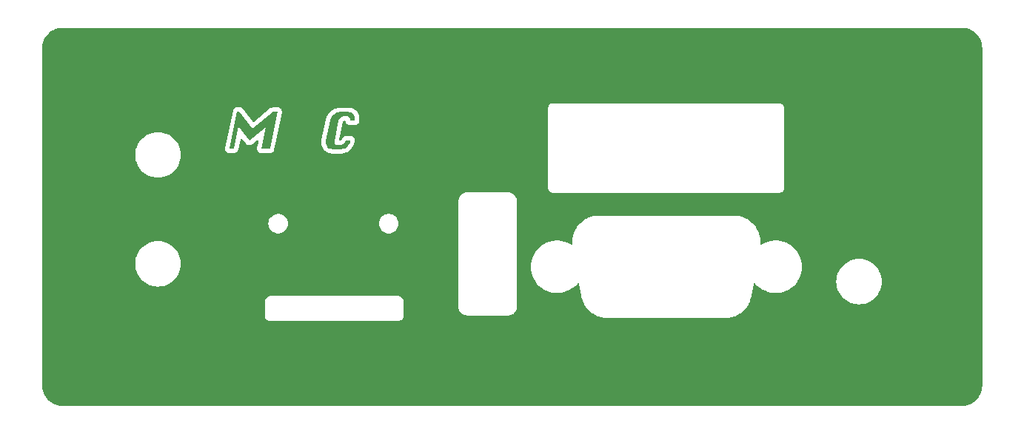
<source format=gbr>
%TF.GenerationSoftware,KiCad,Pcbnew,8.0.8*%
%TF.CreationDate,2025-02-26T19:38:44-05:00*%
%TF.ProjectId,MiniCamel_FrontPlate,4d696e69-4361-46d6-956c-5f46726f6e74,rev?*%
%TF.SameCoordinates,Original*%
%TF.FileFunction,Copper,L1,Top*%
%TF.FilePolarity,Positive*%
%FSLAX46Y46*%
G04 Gerber Fmt 4.6, Leading zero omitted, Abs format (unit mm)*
G04 Created by KiCad (PCBNEW 8.0.8) date 2025-02-26 19:38:44*
%MOMM*%
%LPD*%
G01*
G04 APERTURE LIST*
%TA.AperFunction,NonConductor*%
%ADD10C,0.000000*%
%TD*%
%TA.AperFunction,ComponentPad*%
%ADD11C,4.064000*%
%TD*%
G04 APERTURE END LIST*
D10*
%TA.AperFunction,NonConductor*%
G36*
X102189098Y-80290559D02*
G01*
X104535784Y-78313169D01*
X105042832Y-78313169D01*
X104159650Y-82564949D01*
X103180724Y-82564949D01*
X103702427Y-80054132D01*
X101803195Y-81655388D01*
X100575142Y-80045339D01*
X100051485Y-82564949D01*
X99530759Y-82564949D01*
X100413941Y-78313169D01*
X100662092Y-78313169D01*
X102189098Y-80290559D01*
G37*
%TD.AperFunction*%
%TA.AperFunction,NonConductor*%
G36*
X113303886Y-78368801D02*
G01*
X113517369Y-78432304D01*
X113679714Y-78544655D01*
X113790921Y-78705856D01*
X113850990Y-78915905D01*
X113862225Y-79119115D01*
X113840731Y-79353588D01*
X113320983Y-79353588D01*
X113320311Y-79134746D01*
X113246141Y-78949122D01*
X113070448Y-78857775D01*
X113005421Y-78853378D01*
X112547221Y-78853378D01*
X112355258Y-78897892D01*
X112214074Y-78994062D01*
X112086579Y-79147691D01*
X112016726Y-79329163D01*
X111528240Y-81676826D01*
X111534575Y-81875884D01*
X111587835Y-81977733D01*
X111748020Y-82089732D01*
X111858456Y-82104739D01*
X112316656Y-82104739D01*
X112512183Y-82065172D01*
X112672316Y-81946470D01*
X112784942Y-81774523D01*
X112851059Y-81604530D01*
X113373739Y-81604530D01*
X113295963Y-81839003D01*
X113199411Y-82042213D01*
X113084082Y-82214160D01*
X112913518Y-82385130D01*
X112713616Y-82507251D01*
X112484375Y-82580524D01*
X112279860Y-82603972D01*
X112225798Y-82604949D01*
X111310375Y-82604949D01*
X111104081Y-82582383D01*
X110906588Y-82504378D01*
X110742487Y-82370655D01*
X110699768Y-82319673D01*
X110600000Y-82150000D01*
X110545160Y-81941173D01*
X110546216Y-81734955D01*
X110562015Y-81637747D01*
X111046593Y-79306693D01*
X111111362Y-79098132D01*
X111215544Y-78905490D01*
X111341238Y-78747617D01*
X111455944Y-78637468D01*
X111624716Y-78513087D01*
X111801792Y-78424244D01*
X112010929Y-78366773D01*
X112180857Y-78353169D01*
X113096279Y-78353169D01*
X113303886Y-78368801D01*
G37*
%TD.AperFunction*%
D11*
%TO.P,REF\u002A\u002A,1*%
%TO.N,GND*%
X81310000Y-71791723D03*
%TO.P,REF\u002A\u002A,2*%
X182460000Y-71791723D03*
%TO.P,REF\u002A\u002A,3*%
X81310000Y-109010000D03*
%TO.P,REF\u002A\u002A,4*%
X182460000Y-109010000D03*
%TD*%
%TA.AperFunction,Conductor*%
%TO.N,GND*%
G36*
X183304558Y-68710725D02*
G01*
X183571615Y-68726882D01*
X183586480Y-68728687D01*
X183845951Y-68776238D01*
X183860484Y-68779821D01*
X184112328Y-68858300D01*
X184126327Y-68863610D01*
X184366871Y-68971872D01*
X184380128Y-68978829D01*
X184605882Y-69115303D01*
X184618193Y-69123801D01*
X184733486Y-69214127D01*
X184825851Y-69286490D01*
X184837059Y-69296420D01*
X185023579Y-69482940D01*
X185033509Y-69494148D01*
X185196194Y-69701800D01*
X185204700Y-69714123D01*
X185341169Y-69939870D01*
X185348127Y-69953128D01*
X185456389Y-70193672D01*
X185461699Y-70207673D01*
X185540177Y-70459512D01*
X185543761Y-70474051D01*
X185591312Y-70733520D01*
X185593117Y-70748384D01*
X185609274Y-71015441D01*
X185609500Y-71022929D01*
X185609500Y-109697070D01*
X185609274Y-109704558D01*
X185593117Y-109971615D01*
X185591312Y-109986479D01*
X185543761Y-110245948D01*
X185540177Y-110260487D01*
X185461699Y-110512326D01*
X185456389Y-110526327D01*
X185348127Y-110766871D01*
X185341169Y-110780129D01*
X185204700Y-111005876D01*
X185196194Y-111018199D01*
X185033509Y-111225851D01*
X185023579Y-111237059D01*
X184837059Y-111423579D01*
X184825851Y-111433509D01*
X184618199Y-111596194D01*
X184605876Y-111604700D01*
X184380129Y-111741169D01*
X184366871Y-111748127D01*
X184126327Y-111856389D01*
X184112326Y-111861699D01*
X183860487Y-111940177D01*
X183845948Y-111943761D01*
X183586479Y-111991312D01*
X183571615Y-111993117D01*
X183304559Y-112009274D01*
X183297071Y-112009500D01*
X80440655Y-112009500D01*
X80433168Y-112009274D01*
X80163971Y-111992990D01*
X80149107Y-111991185D01*
X79887532Y-111943251D01*
X79872993Y-111939667D01*
X79619116Y-111860556D01*
X79605115Y-111855247D01*
X79362608Y-111746104D01*
X79349349Y-111739145D01*
X79121773Y-111601570D01*
X79109450Y-111593064D01*
X78900113Y-111429059D01*
X78888905Y-111419129D01*
X78700870Y-111231094D01*
X78690940Y-111219886D01*
X78679627Y-111205446D01*
X78526931Y-111010543D01*
X78518433Y-110998232D01*
X78380851Y-110770644D01*
X78373899Y-110757398D01*
X78264750Y-110514880D01*
X78259443Y-110500883D01*
X78180329Y-110246995D01*
X78176750Y-110232477D01*
X78128813Y-109970888D01*
X78127009Y-109956028D01*
X78110726Y-109686832D01*
X78110500Y-109679345D01*
X78110500Y-100057107D01*
X103589500Y-100057107D01*
X103589500Y-101808891D01*
X103623608Y-101936187D01*
X103656554Y-101993250D01*
X103689500Y-102050314D01*
X103782686Y-102143500D01*
X103881521Y-102200563D01*
X103896621Y-102209281D01*
X103896814Y-102209392D01*
X104024108Y-102243500D01*
X118845996Y-102243500D01*
X118846633Y-102243541D01*
X118854392Y-102243536D01*
X118854394Y-102243537D01*
X118919407Y-102243500D01*
X118985892Y-102243500D01*
X118985892Y-102243499D01*
X118986177Y-102243462D01*
X118986178Y-102243462D01*
X119048926Y-102226609D01*
X119048929Y-102226621D01*
X119048991Y-102226591D01*
X119113186Y-102209392D01*
X119113194Y-102209386D01*
X119113446Y-102209282D01*
X119113452Y-102209281D01*
X119150948Y-102187603D01*
X119169698Y-102176764D01*
X119169699Y-102176766D01*
X119169748Y-102176734D01*
X119227314Y-102143500D01*
X119227322Y-102143491D01*
X119227537Y-102143326D01*
X119227543Y-102143324D01*
X119273673Y-102097140D01*
X119273674Y-102097139D01*
X119273684Y-102097149D01*
X119273721Y-102097091D01*
X119320500Y-102050314D01*
X119320503Y-102050309D01*
X119320671Y-102050088D01*
X119320675Y-102050085D01*
X119353035Y-101993962D01*
X119353071Y-101993900D01*
X119381881Y-101943999D01*
X119386392Y-101936186D01*
X119386394Y-101936175D01*
X119386497Y-101935926D01*
X119386502Y-101935919D01*
X119403463Y-101872472D01*
X119403500Y-101872411D01*
X119403481Y-101872406D01*
X119420500Y-101808892D01*
X119420500Y-101808887D01*
X119420501Y-101808884D01*
X119420538Y-101808604D01*
X119420500Y-101742120D01*
X119420500Y-101669213D01*
X119420457Y-101668575D01*
X119420338Y-101460971D01*
X119419581Y-100133884D01*
X119419586Y-100058062D01*
X119389982Y-99909192D01*
X119331901Y-99768958D01*
X119247576Y-99642752D01*
X119140248Y-99535424D01*
X119014042Y-99451099D01*
X119014038Y-99451097D01*
X119014036Y-99451096D01*
X119014037Y-99451096D01*
X118873811Y-99393019D01*
X118873809Y-99393018D01*
X118873808Y-99393018D01*
X118724938Y-99363414D01*
X118650895Y-99363417D01*
X118650882Y-99363417D01*
X104433524Y-99362504D01*
X104433452Y-99362500D01*
X104425892Y-99362500D01*
X104360000Y-99362500D01*
X104356366Y-99362500D01*
X104356355Y-99362499D01*
X104286094Y-99362495D01*
X104286018Y-99362500D01*
X104284109Y-99362500D01*
X104135260Y-99392108D01*
X104135252Y-99392110D01*
X103995032Y-99450190D01*
X103868834Y-99534513D01*
X103761513Y-99641834D01*
X103677190Y-99768032D01*
X103619110Y-99908252D01*
X103619108Y-99908260D01*
X103589500Y-100057107D01*
X78110500Y-100057107D01*
X78110500Y-95740000D01*
X88744747Y-95740000D01*
X88763741Y-96054023D01*
X88763741Y-96054028D01*
X88763742Y-96054029D01*
X88820451Y-96363478D01*
X88820452Y-96363482D01*
X88820453Y-96363486D01*
X88914039Y-96663816D01*
X88914043Y-96663827D01*
X88914044Y-96663830D01*
X88914046Y-96663835D01*
X89043163Y-96950721D01*
X89172799Y-97165165D01*
X89205924Y-97219960D01*
X89399942Y-97467605D01*
X89622394Y-97690057D01*
X89870039Y-97884075D01*
X89870044Y-97884078D01*
X89870048Y-97884081D01*
X90139279Y-98046837D01*
X90426165Y-98175954D01*
X90426175Y-98175957D01*
X90426183Y-98175960D01*
X90626403Y-98238350D01*
X90726522Y-98269549D01*
X91035971Y-98326258D01*
X91350000Y-98345253D01*
X91664029Y-98326258D01*
X91973478Y-98269549D01*
X92273835Y-98175954D01*
X92560721Y-98046837D01*
X92829952Y-97884081D01*
X93077602Y-97690060D01*
X93300060Y-97467602D01*
X93494081Y-97219952D01*
X93656837Y-96950721D01*
X93785954Y-96663835D01*
X93879549Y-96363478D01*
X93936258Y-96054029D01*
X93955253Y-95740000D01*
X93936258Y-95425971D01*
X93879549Y-95116522D01*
X93785954Y-94816165D01*
X93656837Y-94529279D01*
X93494081Y-94260048D01*
X93494078Y-94260044D01*
X93494075Y-94260039D01*
X93300057Y-94012394D01*
X93077605Y-93789942D01*
X92829960Y-93595924D01*
X92829952Y-93595919D01*
X92560721Y-93433163D01*
X92273835Y-93304046D01*
X92273830Y-93304044D01*
X92273827Y-93304043D01*
X92273816Y-93304039D01*
X91973486Y-93210453D01*
X91973482Y-93210452D01*
X91973478Y-93210451D01*
X91664029Y-93153742D01*
X91664028Y-93153741D01*
X91664023Y-93153741D01*
X91350000Y-93134747D01*
X91035976Y-93153741D01*
X91035971Y-93153742D01*
X90726522Y-93210451D01*
X90726519Y-93210451D01*
X90726513Y-93210453D01*
X90426183Y-93304039D01*
X90426172Y-93304043D01*
X90426166Y-93304045D01*
X90426165Y-93304046D01*
X90139279Y-93433163D01*
X90067864Y-93476335D01*
X89870039Y-93595924D01*
X89622394Y-93789942D01*
X89399942Y-94012394D01*
X89205924Y-94260039D01*
X89043162Y-94529281D01*
X89043161Y-94529283D01*
X88914043Y-94816172D01*
X88914039Y-94816183D01*
X88820453Y-95116513D01*
X88820451Y-95116519D01*
X88820451Y-95116522D01*
X88795907Y-95250453D01*
X88763741Y-95425976D01*
X88744747Y-95740000D01*
X78110500Y-95740000D01*
X78110500Y-91134999D01*
X103980000Y-91134999D01*
X103980000Y-91135000D01*
X103999069Y-91340794D01*
X103999069Y-91340796D01*
X103999070Y-91340799D01*
X104050152Y-91520333D01*
X104055632Y-91539594D01*
X104147753Y-91724598D01*
X104147758Y-91724606D01*
X104272311Y-91889541D01*
X104403707Y-92009323D01*
X104425049Y-92028779D01*
X104558887Y-92111648D01*
X104595215Y-92134142D01*
X104600773Y-92137583D01*
X104793497Y-92212245D01*
X104996659Y-92250222D01*
X104996662Y-92250222D01*
X105203338Y-92250222D01*
X105203341Y-92250222D01*
X105406503Y-92212245D01*
X105599227Y-92137583D01*
X105774951Y-92028779D01*
X105927690Y-91889539D01*
X106052243Y-91724604D01*
X106144369Y-91539591D01*
X106200930Y-91340799D01*
X106220000Y-91135000D01*
X106219073Y-91124999D01*
X116620000Y-91124999D01*
X116620000Y-91125000D01*
X116639069Y-91330794D01*
X116639069Y-91330796D01*
X116639070Y-91330799D01*
X116692996Y-91520330D01*
X116695632Y-91529594D01*
X116787753Y-91714598D01*
X116787758Y-91714606D01*
X116912311Y-91879541D01*
X117043707Y-91999323D01*
X117065049Y-92018779D01*
X117198887Y-92101648D01*
X117235207Y-92124137D01*
X117240773Y-92127583D01*
X117433497Y-92202245D01*
X117636659Y-92240222D01*
X117636662Y-92240222D01*
X117843338Y-92240222D01*
X117843341Y-92240222D01*
X118046503Y-92202245D01*
X118239227Y-92127583D01*
X118414951Y-92018779D01*
X118567690Y-91879539D01*
X118692243Y-91714604D01*
X118784369Y-91529591D01*
X118840930Y-91330799D01*
X118860000Y-91125000D01*
X118840930Y-90919201D01*
X118784369Y-90720409D01*
X118697225Y-90545401D01*
X118692246Y-90535401D01*
X118692241Y-90535393D01*
X118567688Y-90370458D01*
X118414952Y-90231222D01*
X118414951Y-90231221D01*
X118255378Y-90132417D01*
X118239228Y-90122417D01*
X118239226Y-90122416D01*
X118154129Y-90089450D01*
X118046503Y-90047755D01*
X117843341Y-90009778D01*
X117636659Y-90009778D01*
X117433497Y-90047755D01*
X117379683Y-90068602D01*
X117240773Y-90122416D01*
X117240771Y-90122417D01*
X117065047Y-90231222D01*
X116912311Y-90370458D01*
X116787758Y-90535393D01*
X116787753Y-90535401D01*
X116695632Y-90720405D01*
X116639069Y-90919205D01*
X116620000Y-91124999D01*
X106219073Y-91124999D01*
X106200930Y-90929201D01*
X106144369Y-90730409D01*
X106127622Y-90696776D01*
X106052246Y-90545401D01*
X106052241Y-90545393D01*
X105927688Y-90380458D01*
X105774952Y-90241222D01*
X105774951Y-90241221D01*
X105708032Y-90199786D01*
X105599228Y-90132417D01*
X105599226Y-90132416D01*
X105514129Y-90099450D01*
X105406503Y-90057755D01*
X105203341Y-90019778D01*
X104996659Y-90019778D01*
X104793497Y-90057755D01*
X104739683Y-90078602D01*
X104600773Y-90132416D01*
X104600771Y-90132417D01*
X104425047Y-90241222D01*
X104272311Y-90380458D01*
X104147758Y-90545393D01*
X104147753Y-90545401D01*
X104055632Y-90730405D01*
X103999069Y-90929205D01*
X103980000Y-91134999D01*
X78110500Y-91134999D01*
X78110500Y-88609484D01*
X125695483Y-88609484D01*
X125695483Y-100590516D01*
X125695705Y-100605498D01*
X125697882Y-100678801D01*
X125714882Y-100794622D01*
X125714882Y-100794626D01*
X125714884Y-100794632D01*
X125752830Y-100936253D01*
X125752831Y-100936254D01*
X125752834Y-100936264D01*
X125798608Y-101046770D01*
X125803332Y-101058175D01*
X125876642Y-101185151D01*
X125876645Y-101185155D01*
X125876649Y-101185161D01*
X125956975Y-101289842D01*
X125956983Y-101289851D01*
X126060641Y-101393509D01*
X126060649Y-101393516D01*
X126060650Y-101393517D01*
X126076239Y-101405479D01*
X126165330Y-101473842D01*
X126165333Y-101473844D01*
X126165341Y-101473850D01*
X126292317Y-101547160D01*
X126414237Y-101597661D01*
X126555860Y-101635608D01*
X126671686Y-101652609D01*
X126720558Y-101654060D01*
X126744993Y-101654786D01*
X126759976Y-101655009D01*
X126760000Y-101655009D01*
X131360024Y-101655009D01*
X131375006Y-101654786D01*
X131448296Y-101652610D01*
X131448302Y-101652609D01*
X131448314Y-101652609D01*
X131496965Y-101645467D01*
X131564133Y-101635609D01*
X131564137Y-101635607D01*
X131564143Y-101635607D01*
X131705766Y-101597659D01*
X131827680Y-101547161D01*
X131954656Y-101473852D01*
X132059352Y-101393516D01*
X132163027Y-101289840D01*
X132243357Y-101185151D01*
X132316667Y-101058176D01*
X132367169Y-100936254D01*
X132405116Y-100794630D01*
X132422117Y-100678805D01*
X132424294Y-100605496D01*
X132424517Y-100590515D01*
X132424517Y-96079236D01*
X133978655Y-96079236D01*
X133978655Y-96079243D01*
X133998978Y-96428166D01*
X133998979Y-96428177D01*
X134059668Y-96772363D01*
X134059671Y-96772376D01*
X134159912Y-97107206D01*
X134298350Y-97428141D01*
X134473109Y-97730831D01*
X134587200Y-97884081D01*
X134681826Y-98011186D01*
X134921679Y-98265416D01*
X135086215Y-98403478D01*
X135189431Y-98490086D01*
X135481438Y-98682142D01*
X135793775Y-98839003D01*
X135793776Y-98839004D01*
X135793779Y-98839005D01*
X135793783Y-98839007D01*
X136122221Y-98958549D01*
X136122227Y-98958550D01*
X136122229Y-98958551D01*
X136462301Y-99039151D01*
X136462308Y-99039152D01*
X136462317Y-99039154D01*
X136809471Y-99079730D01*
X136809478Y-99079730D01*
X137158982Y-99079730D01*
X137158989Y-99079730D01*
X137506143Y-99039154D01*
X137506152Y-99039151D01*
X137506158Y-99039151D01*
X137780475Y-98974135D01*
X137846239Y-98958549D01*
X138174677Y-98839007D01*
X138487018Y-98682144D01*
X138505571Y-98669941D01*
X138779028Y-98490086D01*
X138779030Y-98490084D01*
X138779035Y-98490081D01*
X139046781Y-98265416D01*
X139286634Y-98011186D01*
X139304113Y-97987706D01*
X139359934Y-97945688D01*
X139429612Y-97940518D01*
X139491025Y-97973840D01*
X139524673Y-98035073D01*
X139525658Y-98040022D01*
X139772697Y-99427761D01*
X139773205Y-99430843D01*
X139791057Y-99548185D01*
X139791060Y-99548198D01*
X139807339Y-99619770D01*
X139807340Y-99619773D01*
X139807401Y-99620039D01*
X139808287Y-99622784D01*
X139899625Y-99924081D01*
X139929980Y-100024212D01*
X139929983Y-100024219D01*
X139964612Y-100106802D01*
X139966810Y-100112424D01*
X139968716Y-100117673D01*
X140100635Y-100364403D01*
X140201898Y-100553796D01*
X140203159Y-100556130D01*
X140204014Y-100557711D01*
X140204016Y-100557715D01*
X140228380Y-100590261D01*
X140235188Y-100600352D01*
X140257918Y-100637897D01*
X140257920Y-100637899D01*
X140571609Y-101020169D01*
X140618089Y-101069627D01*
X140620009Y-101070959D01*
X140640835Y-101089159D01*
X140643243Y-101091792D01*
X140643248Y-101091797D01*
X141025513Y-101405482D01*
X141025522Y-101405488D01*
X141087343Y-101448915D01*
X141093259Y-101452174D01*
X141093105Y-101452453D01*
X141105631Y-101459529D01*
X141105867Y-101459156D01*
X141109605Y-101461512D01*
X141109610Y-101461515D01*
X141109612Y-101461516D01*
X141545732Y-101694686D01*
X141627694Y-101728213D01*
X141633201Y-101730625D01*
X141639143Y-101733403D01*
X142112343Y-101876913D01*
X142116634Y-101878194D01*
X142139726Y-101881514D01*
X142157483Y-101884067D01*
X142169382Y-101886375D01*
X142211733Y-101896766D01*
X142703733Y-101945026D01*
X142747175Y-101947151D01*
X142750386Y-101947458D01*
X142750391Y-101947388D01*
X142754794Y-101947698D01*
X142754808Y-101947700D01*
X156110843Y-101935589D01*
X156131062Y-101937482D01*
X156133047Y-101937570D01*
X156133048Y-101937571D01*
X156157429Y-101938661D01*
X156175867Y-101940877D01*
X156200600Y-101945752D01*
X156230156Y-101943053D01*
X156246957Y-101942664D01*
X156276785Y-101943999D01*
X156756845Y-101896749D01*
X156781136Y-101893373D01*
X156796854Y-101891190D01*
X156796855Y-101891189D01*
X156796859Y-101891189D01*
X156815995Y-101884828D01*
X156836365Y-101879925D01*
X156856077Y-101876913D01*
X157329277Y-101733403D01*
X157410421Y-101699368D01*
X157416006Y-101697184D01*
X157423049Y-101694627D01*
X157858909Y-101461457D01*
X157859815Y-101460971D01*
X157894221Y-101435563D01*
X157903648Y-101429248D01*
X157942907Y-101405482D01*
X158325177Y-101091792D01*
X158373274Y-101046770D01*
X158375289Y-101043888D01*
X158393226Y-101023446D01*
X158396812Y-101020167D01*
X158710502Y-100637897D01*
X158756908Y-100571013D01*
X158756910Y-100571006D01*
X158760200Y-100564912D01*
X158760481Y-100565063D01*
X158765049Y-100556130D01*
X158766520Y-100553796D01*
X158766526Y-100553788D01*
X158999696Y-100117668D01*
X159033118Y-100035960D01*
X159035534Y-100030445D01*
X159038424Y-100024265D01*
X159181934Y-99551055D01*
X159183214Y-99546766D01*
X159189116Y-99505714D01*
X159191415Y-99493860D01*
X159201789Y-99451519D01*
X159201790Y-99451515D01*
X159204796Y-99420762D01*
X159206071Y-99411409D01*
X159209456Y-99392108D01*
X159445763Y-98044457D01*
X159476731Y-97981825D01*
X159536644Y-97945878D01*
X159606480Y-97948028D01*
X159664068Y-97987594D01*
X159667364Y-97991828D01*
X159681761Y-98011167D01*
X159681767Y-98011174D01*
X159681776Y-98011186D01*
X159921629Y-98265416D01*
X160086165Y-98403478D01*
X160189381Y-98490086D01*
X160481388Y-98682142D01*
X160793725Y-98839003D01*
X160793726Y-98839004D01*
X160793729Y-98839005D01*
X160793733Y-98839007D01*
X161122171Y-98958549D01*
X161122177Y-98958550D01*
X161122179Y-98958551D01*
X161462251Y-99039151D01*
X161462258Y-99039152D01*
X161462267Y-99039154D01*
X161809421Y-99079730D01*
X161809428Y-99079730D01*
X162158932Y-99079730D01*
X162158939Y-99079730D01*
X162506093Y-99039154D01*
X162506102Y-99039151D01*
X162506108Y-99039151D01*
X162780425Y-98974135D01*
X162846189Y-98958549D01*
X163174627Y-98839007D01*
X163486968Y-98682144D01*
X163505521Y-98669941D01*
X163778978Y-98490086D01*
X163778980Y-98490084D01*
X163778985Y-98490081D01*
X164046731Y-98265416D01*
X164286584Y-98011186D01*
X164458695Y-97780000D01*
X168914747Y-97780000D01*
X168933741Y-98094023D01*
X168933741Y-98094028D01*
X168933742Y-98094029D01*
X168990451Y-98403478D01*
X168990452Y-98403482D01*
X168990453Y-98403486D01*
X169084039Y-98703816D01*
X169084043Y-98703827D01*
X169084044Y-98703830D01*
X169084046Y-98703835D01*
X169213163Y-98990721D01*
X169266971Y-99079730D01*
X169375924Y-99259960D01*
X169569942Y-99507605D01*
X169792394Y-99730057D01*
X170040039Y-99924075D01*
X170040044Y-99924078D01*
X170040048Y-99924081D01*
X170309279Y-100086837D01*
X170596165Y-100215954D01*
X170596175Y-100215957D01*
X170596183Y-100215960D01*
X170796403Y-100278350D01*
X170896522Y-100309549D01*
X171205971Y-100366258D01*
X171520000Y-100385253D01*
X171834029Y-100366258D01*
X172143478Y-100309549D01*
X172443835Y-100215954D01*
X172730721Y-100086837D01*
X172999952Y-99924081D01*
X173018957Y-99909192D01*
X173199134Y-99768032D01*
X173247602Y-99730060D01*
X173470060Y-99507602D01*
X173664081Y-99259952D01*
X173826837Y-98990721D01*
X173955954Y-98703835D01*
X174049549Y-98403478D01*
X174106258Y-98094029D01*
X174125253Y-97780000D01*
X174106258Y-97465971D01*
X174049549Y-97156522D01*
X173955954Y-96856165D01*
X173826837Y-96569279D01*
X173664081Y-96300048D01*
X173664078Y-96300044D01*
X173664075Y-96300039D01*
X173470057Y-96052394D01*
X173247605Y-95829942D01*
X172999960Y-95635924D01*
X172999952Y-95635919D01*
X172730721Y-95473163D01*
X172443835Y-95344046D01*
X172443830Y-95344044D01*
X172443827Y-95344043D01*
X172443816Y-95344039D01*
X172143486Y-95250453D01*
X172143482Y-95250452D01*
X172143478Y-95250451D01*
X171834029Y-95193742D01*
X171834028Y-95193741D01*
X171834023Y-95193741D01*
X171520000Y-95174747D01*
X171205976Y-95193741D01*
X171205971Y-95193742D01*
X170896522Y-95250451D01*
X170896519Y-95250451D01*
X170896513Y-95250453D01*
X170596183Y-95344039D01*
X170596172Y-95344043D01*
X170309283Y-95473161D01*
X170309281Y-95473162D01*
X170040039Y-95635924D01*
X169792394Y-95829942D01*
X169569942Y-96052394D01*
X169375924Y-96300039D01*
X169213162Y-96569281D01*
X169213161Y-96569283D01*
X169084043Y-96856172D01*
X169084039Y-96856183D01*
X168990453Y-97156513D01*
X168990451Y-97156519D01*
X168990451Y-97156522D01*
X168971265Y-97261215D01*
X168933741Y-97465976D01*
X168914747Y-97780000D01*
X164458695Y-97780000D01*
X164495301Y-97730830D01*
X164670060Y-97428140D01*
X164808497Y-97107207D01*
X164908739Y-96772373D01*
X164969432Y-96428166D01*
X164989755Y-96079240D01*
X164988191Y-96052394D01*
X164984570Y-95990217D01*
X164969432Y-95730314D01*
X164969430Y-95730302D01*
X164908741Y-95386116D01*
X164908738Y-95386103D01*
X164808497Y-95051273D01*
X164670059Y-94730338D01*
X164495300Y-94427648D01*
X164286594Y-94147308D01*
X164286584Y-94147294D01*
X164046731Y-93893064D01*
X163778985Y-93668399D01*
X163778978Y-93668393D01*
X163486971Y-93476337D01*
X163174634Y-93319476D01*
X163174633Y-93319475D01*
X162846195Y-93199933D01*
X162846180Y-93199928D01*
X162506108Y-93119328D01*
X162506093Y-93119326D01*
X162158939Y-93078750D01*
X161809421Y-93078750D01*
X161505661Y-93114254D01*
X161462266Y-93119326D01*
X161462251Y-93119328D01*
X161122179Y-93199928D01*
X161122164Y-93199933D01*
X160793726Y-93319475D01*
X160793725Y-93319476D01*
X160481399Y-93476331D01*
X160481393Y-93476335D01*
X160432644Y-93508397D01*
X160365816Y-93528788D01*
X160298572Y-93509812D01*
X160252263Y-93457494D01*
X160241107Y-93392616D01*
X160250265Y-93299844D01*
X160252382Y-93268390D01*
X160249693Y-93243315D01*
X160249110Y-93224581D01*
X160250270Y-93198549D01*
X160201750Y-92706549D01*
X160196200Y-92666633D01*
X160189896Y-92647666D01*
X160184992Y-92627303D01*
X160181901Y-92607093D01*
X160059055Y-92202244D01*
X160038391Y-92134142D01*
X160036624Y-92129682D01*
X160007699Y-92056657D01*
X160007693Y-92056642D01*
X160000090Y-92041286D01*
X159999669Y-92040403D01*
X159999258Y-92039605D01*
X159989331Y-92019553D01*
X159984742Y-92012582D01*
X159766517Y-91604415D01*
X159766187Y-91603805D01*
X159764407Y-91600510D01*
X159739953Y-91567844D01*
X159733143Y-91557749D01*
X159710493Y-91520334D01*
X159710491Y-91520332D01*
X159710489Y-91520330D01*
X159396802Y-91138063D01*
X159384573Y-91124999D01*
X159351786Y-91089972D01*
X159351784Y-91089970D01*
X159351780Y-91089966D01*
X159351773Y-91089961D01*
X159348790Y-91087874D01*
X159328401Y-91069993D01*
X159325016Y-91066295D01*
X158942757Y-90752873D01*
X158942745Y-90752865D01*
X158881964Y-90713459D01*
X158875994Y-90709335D01*
X158858916Y-90696777D01*
X158423056Y-90463597D01*
X158423049Y-90463594D01*
X158423047Y-90463593D01*
X158339025Y-90429209D01*
X158333504Y-90426792D01*
X158331532Y-90425870D01*
X158329275Y-90424816D01*
X158329272Y-90424815D01*
X158329270Y-90424814D01*
X158329271Y-90424814D01*
X157856064Y-90281305D01*
X157800949Y-90272182D01*
X157791594Y-90270260D01*
X157779509Y-90267289D01*
X157756938Y-90261739D01*
X157264975Y-90213222D01*
X157264930Y-90213219D01*
X157215333Y-90210780D01*
X157215330Y-90210780D01*
X157213929Y-90210780D01*
X155329804Y-90212235D01*
X141857579Y-90222642D01*
X141836437Y-90220668D01*
X141822842Y-90220067D01*
X141817874Y-90219847D01*
X141797865Y-90217321D01*
X141783358Y-90214274D01*
X141777712Y-90213088D01*
X141777709Y-90213087D01*
X141761848Y-90214221D01*
X141761119Y-90214274D01*
X141752277Y-90214590D01*
X141701679Y-90214590D01*
X141696203Y-90214469D01*
X141691385Y-90214256D01*
X141691372Y-90214256D01*
X141211315Y-90261755D01*
X141171567Y-90267289D01*
X141171553Y-90267292D01*
X141153865Y-90273170D01*
X141133506Y-90278072D01*
X141112341Y-90281307D01*
X140639145Y-90424816D01*
X140557969Y-90458861D01*
X140552360Y-90461054D01*
X140545368Y-90463594D01*
X140545359Y-90463598D01*
X140109455Y-90696803D01*
X140108610Y-90697255D01*
X140108602Y-90697261D01*
X140093151Y-90708670D01*
X140087160Y-90712827D01*
X140025673Y-90752866D01*
X139643412Y-91066288D01*
X139643404Y-91066295D01*
X139643402Y-91066297D01*
X139618212Y-91089961D01*
X139593779Y-91112913D01*
X139593776Y-91112916D01*
X139592461Y-91114813D01*
X139574277Y-91135621D01*
X139571609Y-91138061D01*
X139571607Y-91138063D01*
X139257919Y-91520330D01*
X139257918Y-91520331D01*
X139212095Y-91586214D01*
X139208810Y-91592278D01*
X139208572Y-91592149D01*
X139203922Y-91601213D01*
X139201898Y-91604424D01*
X138968724Y-92040552D01*
X138934531Y-92124137D01*
X138932103Y-92129682D01*
X138930021Y-92134136D01*
X138930018Y-92134143D01*
X138786482Y-92607179D01*
X138785206Y-92611451D01*
X138785203Y-92611464D01*
X138779247Y-92652886D01*
X138776924Y-92664839D01*
X138766669Y-92706550D01*
X138718150Y-93198538D01*
X138718150Y-93198556D01*
X138720113Y-93245428D01*
X138720100Y-93256112D01*
X138718158Y-93299881D01*
X138727318Y-93392617D01*
X138714318Y-93461267D01*
X138666267Y-93511991D01*
X138598421Y-93528684D01*
X138535779Y-93508406D01*
X138487021Y-93476337D01*
X138174684Y-93319476D01*
X138174683Y-93319475D01*
X137846245Y-93199933D01*
X137846230Y-93199928D01*
X137506158Y-93119328D01*
X137506143Y-93119326D01*
X137158989Y-93078750D01*
X136809471Y-93078750D01*
X136505711Y-93114254D01*
X136462316Y-93119326D01*
X136462301Y-93119328D01*
X136122229Y-93199928D01*
X136122214Y-93199933D01*
X135793776Y-93319475D01*
X135793775Y-93319476D01*
X135481438Y-93476337D01*
X135189431Y-93668393D01*
X134921677Y-93893065D01*
X134921677Y-93893066D01*
X134681826Y-94147294D01*
X134681821Y-94147300D01*
X134681815Y-94147308D01*
X134473109Y-94427648D01*
X134298350Y-94730338D01*
X134159912Y-95051273D01*
X134059671Y-95386103D01*
X134059668Y-95386116D01*
X133998979Y-95730302D01*
X133998978Y-95730313D01*
X133978655Y-96079236D01*
X132424517Y-96079236D01*
X132424517Y-88609504D01*
X132424487Y-88607521D01*
X132424291Y-88594401D01*
X132422099Y-88521092D01*
X132405104Y-88405381D01*
X132367161Y-88263759D01*
X132316663Y-88141837D01*
X132243357Y-88014861D01*
X132243354Y-88014858D01*
X132243353Y-88014855D01*
X132163028Y-87910169D01*
X132163018Y-87910158D01*
X132059354Y-87806492D01*
X132059345Y-87806484D01*
X131954661Y-87726156D01*
X131954655Y-87726152D01*
X131905396Y-87697711D01*
X131827685Y-87652844D01*
X131705765Y-87602342D01*
X131705763Y-87602341D01*
X131705762Y-87602341D01*
X131564134Y-87564391D01*
X131564135Y-87564391D01*
X131448325Y-87547393D01*
X131448296Y-87547390D01*
X131375006Y-87545214D01*
X131360024Y-87544992D01*
X131360000Y-87544992D01*
X126760000Y-87544992D01*
X126759976Y-87544992D01*
X126744993Y-87545214D01*
X126671690Y-87547391D01*
X126555869Y-87564391D01*
X126555865Y-87564391D01*
X126414237Y-87602340D01*
X126414227Y-87602343D01*
X126292320Y-87652839D01*
X126292316Y-87652841D01*
X126165341Y-87726151D01*
X126165330Y-87726158D01*
X126060649Y-87806484D01*
X125956975Y-87910158D01*
X125876649Y-88014839D01*
X125876642Y-88014850D01*
X125803332Y-88141825D01*
X125803330Y-88141829D01*
X125752834Y-88263736D01*
X125752831Y-88263746D01*
X125714882Y-88405374D01*
X125714882Y-88405378D01*
X125697882Y-88521199D01*
X125695705Y-88594502D01*
X125695483Y-88609484D01*
X78110500Y-88609484D01*
X78110500Y-83270000D01*
X88744747Y-83270000D01*
X88763741Y-83584023D01*
X88763741Y-83584028D01*
X88763742Y-83584029D01*
X88820451Y-83893478D01*
X88820452Y-83893482D01*
X88820453Y-83893486D01*
X88914039Y-84193816D01*
X88914043Y-84193827D01*
X88914044Y-84193830D01*
X88914046Y-84193835D01*
X89043163Y-84480721D01*
X89093521Y-84564023D01*
X89205924Y-84749960D01*
X89399942Y-84997605D01*
X89622394Y-85220057D01*
X89870039Y-85414075D01*
X89870044Y-85414078D01*
X89870048Y-85414081D01*
X90139279Y-85576837D01*
X90426165Y-85705954D01*
X90426175Y-85705957D01*
X90426183Y-85705960D01*
X90626403Y-85768350D01*
X90726522Y-85799549D01*
X91035971Y-85856258D01*
X91350000Y-85875253D01*
X91664029Y-85856258D01*
X91973478Y-85799549D01*
X92273835Y-85705954D01*
X92560721Y-85576837D01*
X92829952Y-85414081D01*
X93077602Y-85220060D01*
X93300060Y-84997602D01*
X93494081Y-84749952D01*
X93656837Y-84480721D01*
X93785954Y-84193835D01*
X93879549Y-83893478D01*
X93936258Y-83584029D01*
X93955253Y-83270000D01*
X93936258Y-82955971D01*
X93879549Y-82646522D01*
X93832562Y-82495734D01*
X93831711Y-82493003D01*
X99030404Y-82493003D01*
X99030404Y-82493009D01*
X99030404Y-82636889D01*
X99067293Y-82762522D01*
X99070941Y-82774943D01*
X99148726Y-82895979D01*
X99148730Y-82895983D01*
X99255793Y-82988754D01*
X99257465Y-82990203D01*
X99297933Y-83008684D01*
X99388339Y-83049972D01*
X99388342Y-83049972D01*
X99388343Y-83049973D01*
X99530759Y-83070449D01*
X99530762Y-83070449D01*
X100051482Y-83070449D01*
X100051485Y-83070449D01*
X100163518Y-83057878D01*
X100297854Y-83006347D01*
X100412231Y-82919058D01*
X100497382Y-82803080D01*
X100546409Y-82667810D01*
X100789477Y-81498265D01*
X100822391Y-81436636D01*
X100883401Y-81402583D01*
X100953136Y-81406920D01*
X101009456Y-81448270D01*
X101009477Y-81448297D01*
X101401266Y-81961955D01*
X101467027Y-82032909D01*
X101467029Y-82032910D01*
X101587004Y-82112325D01*
X101587011Y-82112328D01*
X101630209Y-82125648D01*
X101724497Y-82154724D01*
X101868364Y-82156670D01*
X101868364Y-82156669D01*
X101868365Y-82156670D01*
X102006952Y-82118004D01*
X102016057Y-82112325D01*
X102129032Y-82041860D01*
X102635580Y-81614784D01*
X102699521Y-81586623D01*
X102768538Y-81597500D01*
X102820719Y-81643965D01*
X102839496Y-81711264D01*
X102836914Y-81734814D01*
X102814054Y-81844835D01*
X102685795Y-82462112D01*
X102680369Y-82493009D01*
X102680369Y-82636889D01*
X102717258Y-82762522D01*
X102720906Y-82774943D01*
X102798691Y-82895979D01*
X102798695Y-82895983D01*
X102905758Y-82988754D01*
X102907430Y-82990203D01*
X102947898Y-83008684D01*
X103038304Y-83049972D01*
X103038307Y-83049972D01*
X103038308Y-83049973D01*
X103180724Y-83070449D01*
X103180727Y-83070449D01*
X104159647Y-83070449D01*
X104159650Y-83070449D01*
X104271736Y-83057866D01*
X104292309Y-83049972D01*
X104406063Y-83006322D01*
X104406062Y-83006322D01*
X104406066Y-83006321D01*
X104520434Y-82919019D01*
X104605572Y-82803032D01*
X104654585Y-82667757D01*
X104654585Y-82667753D01*
X104654587Y-82667750D01*
X104806051Y-81938577D01*
X110039666Y-81938577D01*
X110056238Y-82069571D01*
X110111077Y-82278394D01*
X110111081Y-82278405D01*
X110164245Y-82406217D01*
X110164250Y-82406227D01*
X110197111Y-82462112D01*
X110261241Y-82571177D01*
X110264020Y-82575902D01*
X110264021Y-82575904D01*
X110312300Y-82644324D01*
X110312303Y-82644329D01*
X110312307Y-82644334D01*
X110312308Y-82644335D01*
X110355027Y-82695317D01*
X110423160Y-82762523D01*
X110587261Y-82896246D01*
X110595952Y-82903171D01*
X110658023Y-82938625D01*
X110720882Y-82974530D01*
X110720883Y-82974530D01*
X110720888Y-82974533D01*
X110918381Y-83052538D01*
X111049113Y-83084886D01*
X111255407Y-83107452D01*
X111310375Y-83110449D01*
X111310376Y-83110449D01*
X112225788Y-83110449D01*
X112225798Y-83110449D01*
X112234932Y-83110366D01*
X112288994Y-83109389D01*
X112289009Y-83109388D01*
X112289017Y-83109388D01*
X112321151Y-83107260D01*
X112337439Y-83106182D01*
X112541954Y-83082734D01*
X112638279Y-83062026D01*
X112848052Y-82994975D01*
X112867517Y-82988754D01*
X112867517Y-82988753D01*
X112867520Y-82988753D01*
X112977144Y-82938625D01*
X113177046Y-82816504D01*
X113271385Y-82742147D01*
X113441949Y-82571177D01*
X113503896Y-82495739D01*
X113619225Y-82323792D01*
X113645047Y-82278396D01*
X113655986Y-82259166D01*
X113655989Y-82259160D01*
X113655989Y-82259158D01*
X113655994Y-82259151D01*
X113752546Y-82055941D01*
X113775756Y-81998153D01*
X113853532Y-81763680D01*
X113874094Y-81676470D01*
X113874094Y-81532590D01*
X113870452Y-81520188D01*
X113849335Y-81448270D01*
X113833558Y-81394538D01*
X113770222Y-81295985D01*
X113755771Y-81273499D01*
X113755767Y-81273495D01*
X113647038Y-81179280D01*
X113647036Y-81179278D01*
X113647033Y-81179276D01*
X113647029Y-81179274D01*
X113516158Y-81119506D01*
X113516153Y-81119505D01*
X113373739Y-81099030D01*
X112851059Y-81099030D01*
X112822027Y-81099864D01*
X112681022Y-81128486D01*
X112681021Y-81128486D01*
X112553791Y-81195675D01*
X112450647Y-81295983D01*
X112379937Y-81421296D01*
X112341474Y-81520188D01*
X112298827Y-81575532D01*
X112233029Y-81599034D01*
X112225908Y-81599239D01*
X112213167Y-81599239D01*
X112146128Y-81579554D01*
X112100373Y-81526750D01*
X112090429Y-81457592D01*
X112091767Y-81449979D01*
X112159195Y-81125919D01*
X112501197Y-79482254D01*
X112506874Y-79462973D01*
X112516360Y-79438331D01*
X112558815Y-79382838D01*
X112624531Y-79359108D01*
X112632082Y-79358878D01*
X112708233Y-79358878D01*
X112775272Y-79378563D01*
X112821027Y-79431367D01*
X112827210Y-79447943D01*
X112861164Y-79563580D01*
X112861165Y-79563582D01*
X112938950Y-79684618D01*
X112938954Y-79684622D01*
X113030841Y-79764243D01*
X113047689Y-79778842D01*
X113088157Y-79797323D01*
X113178563Y-79838611D01*
X113178566Y-79838611D01*
X113178567Y-79838612D01*
X113320983Y-79859088D01*
X113320986Y-79859088D01*
X113840735Y-79859088D01*
X113866695Y-79858421D01*
X114007871Y-79830657D01*
X114135507Y-79764243D01*
X114239261Y-79664561D01*
X114310729Y-79539685D01*
X114344120Y-79399733D01*
X114365614Y-79165260D01*
X114366954Y-79091210D01*
X114355719Y-78888000D01*
X114337007Y-78776916D01*
X114276938Y-78566867D01*
X114271030Y-78547662D01*
X114213938Y-78432744D01*
X114207019Y-78418817D01*
X114207007Y-78418797D01*
X114095814Y-78257616D01*
X114072833Y-78226870D01*
X113967375Y-78128985D01*
X113805070Y-78016662D01*
X113805056Y-78016653D01*
X113805032Y-78016636D01*
X113792161Y-78008017D01*
X113661495Y-77947786D01*
X113538404Y-77911171D01*
X113448013Y-77884283D01*
X113448014Y-77884283D01*
X113424755Y-77879999D01*
X135969499Y-77879999D01*
X135969499Y-87080002D01*
X135974643Y-87151940D01*
X136015181Y-87289994D01*
X136092966Y-87411030D01*
X136092970Y-87411034D01*
X136201699Y-87505249D01*
X136201705Y-87505254D01*
X136242173Y-87523735D01*
X136332579Y-87565023D01*
X136332582Y-87565023D01*
X136332583Y-87565024D01*
X136474999Y-87585500D01*
X136475002Y-87585500D01*
X162445001Y-87585500D01*
X162516941Y-87580355D01*
X162654993Y-87539819D01*
X162776033Y-87462031D01*
X162870255Y-87353294D01*
X162930025Y-87222416D01*
X162950501Y-87080000D01*
X162950501Y-77880000D01*
X162949914Y-77871798D01*
X162945356Y-77808059D01*
X162936930Y-77779365D01*
X162904820Y-77670008D01*
X162827032Y-77548968D01*
X162768174Y-77497967D01*
X162718300Y-77454750D01*
X162718298Y-77454748D01*
X162718295Y-77454746D01*
X162718291Y-77454744D01*
X162587420Y-77394976D01*
X162587415Y-77394975D01*
X162445001Y-77374500D01*
X136474999Y-77374500D01*
X136474996Y-77374500D01*
X136403058Y-77379644D01*
X136265004Y-77420182D01*
X136143968Y-77497967D01*
X136143964Y-77497971D01*
X136049749Y-77606700D01*
X136049743Y-77606709D01*
X135989975Y-77737580D01*
X135989974Y-77737585D01*
X135969499Y-77879999D01*
X113424755Y-77879999D01*
X113341843Y-77864728D01*
X113341837Y-77864727D01*
X113134221Y-77849094D01*
X113096292Y-77847669D01*
X113096279Y-77847669D01*
X112180857Y-77847669D01*
X112180855Y-77847669D01*
X112140530Y-77849280D01*
X112140518Y-77849280D01*
X112140517Y-77849281D01*
X112130919Y-77850049D01*
X111970593Y-77862884D01*
X111876983Y-77879342D01*
X111667842Y-77936814D01*
X111575095Y-77972425D01*
X111398052Y-78061252D01*
X111398032Y-78061263D01*
X111398027Y-78061266D01*
X111375491Y-78075085D01*
X111324819Y-78106156D01*
X111324815Y-78106158D01*
X111156056Y-78230530D01*
X111156043Y-78230540D01*
X111105820Y-78272853D01*
X110991112Y-78383004D01*
X110945783Y-78432744D01*
X110945777Y-78432750D01*
X110945771Y-78432758D01*
X110820077Y-78590631D01*
X110820074Y-78590635D01*
X110820072Y-78590638D01*
X110770905Y-78665018D01*
X110666720Y-78857666D01*
X110628605Y-78948209D01*
X110628603Y-78948214D01*
X110563840Y-79156759D01*
X110563826Y-79156807D01*
X110551680Y-79203783D01*
X110551678Y-79203792D01*
X110551674Y-79203809D01*
X110232238Y-80740451D01*
X110067090Y-81534891D01*
X110063061Y-81556652D01*
X110047263Y-81653856D01*
X110040723Y-81732356D01*
X110040722Y-81732379D01*
X110039666Y-81938577D01*
X104806051Y-81938577D01*
X105537768Y-78415972D01*
X105543186Y-78385114D01*
X105543187Y-78385108D01*
X105543187Y-78241228D01*
X105534123Y-78210361D01*
X105502651Y-78103177D01*
X105424863Y-77982137D01*
X105385222Y-77947788D01*
X105316131Y-77887919D01*
X105316127Y-77887916D01*
X105316126Y-77887915D01*
X105316122Y-77887913D01*
X105185251Y-77828145D01*
X105185246Y-77828144D01*
X105042832Y-77807669D01*
X104535784Y-77807669D01*
X104535780Y-77807669D01*
X104470755Y-77811868D01*
X104332155Y-77850496D01*
X104210052Y-77926608D01*
X102365722Y-79480697D01*
X102301772Y-79508843D01*
X102232757Y-79497946D01*
X102187677Y-79461662D01*
X102169660Y-79438331D01*
X101062182Y-78004206D01*
X101044123Y-77982137D01*
X100935386Y-77887915D01*
X100935382Y-77887913D01*
X100804511Y-77828145D01*
X100804506Y-77828144D01*
X100662092Y-77807669D01*
X100413941Y-77807669D01*
X100413933Y-77807669D01*
X100301851Y-77820252D01*
X100167527Y-77871795D01*
X100167523Y-77871798D01*
X100053157Y-77959098D01*
X99968018Y-78075085D01*
X99919003Y-78210367D01*
X99035822Y-82462145D01*
X99030404Y-82493003D01*
X93831711Y-82493003D01*
X93785960Y-82346183D01*
X93785956Y-82346172D01*
X93785954Y-82346165D01*
X93656837Y-82059279D01*
X93494081Y-81790048D01*
X93494078Y-81790044D01*
X93494075Y-81790039D01*
X93300057Y-81542394D01*
X93077605Y-81319942D01*
X92829960Y-81125924D01*
X92829952Y-81125919D01*
X92560721Y-80963163D01*
X92273835Y-80834046D01*
X92273830Y-80834044D01*
X92273827Y-80834043D01*
X92273816Y-80834039D01*
X91973486Y-80740453D01*
X91973482Y-80740452D01*
X91973478Y-80740451D01*
X91664029Y-80683742D01*
X91664028Y-80683741D01*
X91664023Y-80683741D01*
X91350000Y-80664747D01*
X91035976Y-80683741D01*
X91035971Y-80683742D01*
X90726522Y-80740451D01*
X90726519Y-80740451D01*
X90726513Y-80740453D01*
X90426183Y-80834039D01*
X90426172Y-80834043D01*
X90139283Y-80963161D01*
X90139281Y-80963162D01*
X89870039Y-81125924D01*
X89622394Y-81319942D01*
X89399942Y-81542394D01*
X89205924Y-81790039D01*
X89043162Y-82059281D01*
X89043161Y-82059283D01*
X88914043Y-82346172D01*
X88914039Y-82346183D01*
X88820453Y-82646513D01*
X88820451Y-82646519D01*
X88820451Y-82646522D01*
X88774736Y-82895979D01*
X88763741Y-82955976D01*
X88744747Y-83270000D01*
X78110500Y-83270000D01*
X78110500Y-71022929D01*
X78110726Y-71015441D01*
X78126882Y-70748384D01*
X78128687Y-70733520D01*
X78176238Y-70474051D01*
X78179822Y-70459512D01*
X78258300Y-70207673D01*
X78263610Y-70193672D01*
X78371876Y-69953119D01*
X78378825Y-69939877D01*
X78515308Y-69714109D01*
X78523795Y-69701813D01*
X78686497Y-69494139D01*
X78696412Y-69482948D01*
X78882948Y-69296412D01*
X78894139Y-69286497D01*
X79101813Y-69123795D01*
X79114109Y-69115308D01*
X79339877Y-68978825D01*
X79353119Y-68971876D01*
X79593678Y-68863607D01*
X79607665Y-68858302D01*
X79859518Y-68779820D01*
X79874044Y-68776239D01*
X80133521Y-68728686D01*
X80148382Y-68726882D01*
X80415441Y-68710725D01*
X80422929Y-68710500D01*
X80485069Y-68710500D01*
X183234931Y-68710500D01*
X183297071Y-68710500D01*
X183304558Y-68710725D01*
G37*
%TD.AperFunction*%
%TD*%
M02*

</source>
